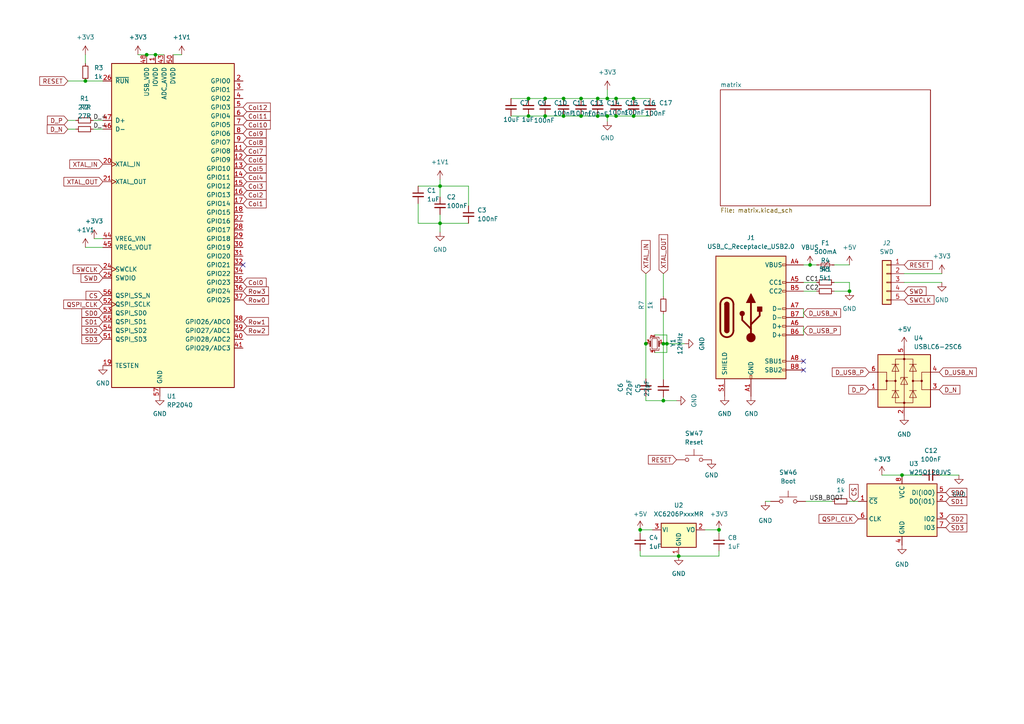
<source format=kicad_sch>
(kicad_sch (version 20211123) (generator eeschema)
  (paper "A4")
  (lib_symbols
    (symbol "Connector:USB_C_Receptacle_USB2.0" (pin_names (offset 1.016))
      (property "Reference" "J" (at -10.16 19.05 0))
      (property "Value" "USB_C_Receptacle_USB2.0" (at 19.05 19.05 0))
      (symbol "USB_C_Receptacle_USB2.0_0_0"
        (rectangle (start -0.254 -17.78) (end 0.254 -16.764))
        (rectangle (start 10.16 -14.986) (end 9.144 -15.494))
        (rectangle (start 10.16 -12.446) (end 9.144 -12.954))
        (rectangle (start 10.16 -4.826) (end 9.144 -5.334))
        (rectangle (start 10.16 -2.286) (end 9.144 -2.794))
        (rectangle (start 10.16 0.254) (end 9.144 -0.254))
        (rectangle (start 10.16 2.794) (end 9.144 2.286))
        (rectangle (start 10.16 7.874) (end 9.144 7.366))
        (rectangle (start 10.16 10.414) (end 9.144 9.906))
        (rectangle (start 10.16 15.494) (end 9.144 14.986))
      )
      (symbol "USB_C_Receptacle_USB2.0_0_1"
        (rectangle (start -10.16 17.78) (end 10.16 -17.78) (stroke (width 0.254)) (fill (type background)))
        (arc (start -8.89 -3.81) (mid -6.985 -5.715) (end -5.08 -3.81) (stroke (width 0.508)))
        (arc (start -7.62 -3.81) (mid -6.985 -4.445) (end -6.35 -3.81) (stroke (width 0.254)))
        (arc (start -7.62 -3.81) (mid -6.985 -4.445) (end -6.35 -3.81) (stroke (width 0.254)) (fill (type outline)))
        (rectangle (start -7.62 -3.81) (end -6.35 3.81) (stroke (width 0.254)) (fill (type outline)))
        (arc (start -6.35 3.81) (mid -6.985 4.445) (end -7.62 3.81) (stroke (width 0.254)))
        (arc (start -6.35 3.81) (mid -6.985 4.445) (end -7.62 3.81) (stroke (width 0.254)) (fill (type outline)))
        (arc (start -5.08 3.81) (mid -6.985 5.715) (end -8.89 3.81) (stroke (width 0.508)))
        (circle (center -2.54 1.143) (radius 0.635) (stroke (width 0.254)) (fill (type outline)))
        (circle (center 0 -5.842) (radius 1.27) (fill (type outline)))
        (polyline (pts (xy -8.89 -3.81) (xy -8.89 3.81)) (stroke (width 0.508)))
        (polyline (pts (xy -5.08 3.81) (xy -5.08 -3.81)) (stroke (width 0.508)))
        (polyline (pts (xy 0 -5.842) (xy 0 4.318)) (stroke (width 0.508)))
        (polyline (pts (xy 0 -3.302) (xy -2.54 -0.762) (xy -2.54 0.508)) (stroke (width 0.508)))
        (polyline (pts (xy 0 -2.032) (xy 2.54 0.508) (xy 2.54 1.778)) (stroke (width 0.508)))
        (polyline (pts (xy -1.27 4.318) (xy 0 6.858) (xy 1.27 4.318) (xy -1.27 4.318)) (stroke (width 0.254)) (fill (type outline)))
        (rectangle (start 1.905 1.778) (end 3.175 3.048) (stroke (width 0.254)) (fill (type outline)))
      )
      (symbol "USB_C_Receptacle_USB2.0_1_1"
        (pin passive line (at 0 -22.86 90) (length 5.08) (name "GND") (number "A1"))
        (pin passive line (at 0 -22.86 90) (length 5.08) hide (name "GND") (number "A12"))
        (pin passive line (at 15.24 15.24 180) (length 5.08) (name "VBUS") (number "A4"))
        (pin bidirectional line (at 15.24 10.16 180) (length 5.08) (name "CC1") (number "A5"))
        (pin bidirectional line (at 15.24 -2.54 180) (length 5.08) (name "D+") (number "A6"))
        (pin bidirectional line (at 15.24 2.54 180) (length 5.08) (name "D-") (number "A7"))
        (pin bidirectional line (at 15.24 -12.7 180) (length 5.08) (name "SBU1") (number "A8"))
        (pin passive line (at 15.24 15.24 180) (length 5.08) hide (name "VBUS") (number "A9"))
        (pin passive line (at 0 -22.86 90) (length 5.08) hide (name "GND") (number "B1"))
        (pin passive line (at 0 -22.86 90) (length 5.08) hide (name "GND") (number "B12"))
        (pin passive line (at 15.24 15.24 180) (length 5.08) hide (name "VBUS") (number "B4"))
        (pin bidirectional line (at 15.24 7.62 180) (length 5.08) (name "CC2") (number "B5"))
        (pin bidirectional line (at 15.24 -5.08 180) (length 5.08) (name "D+") (number "B6"))
        (pin bidirectional line (at 15.24 0 180) (length 5.08) (name "D-") (number "B7"))
        (pin bidirectional line (at 15.24 -15.24 180) (length 5.08) (name "SBU2") (number "B8"))
        (pin passive line (at 15.24 15.24 180) (length 5.08) hide (name "VBUS") (number "B9"))
        (pin passive line (at -7.62 -22.86 90) (length 5.08) (name "SHIELD") (number "S1"))
      )
    )
    (symbol "Connector_Generic:Conn_01x05" (pin_names (offset 1.016) hide)
      (property "Reference" "J" (at 0 7.62 0))
      (property "Value" "Conn_01x05" (at 0 -7.62 0))
      (symbol "Conn_01x05_1_1"
        (rectangle (start -1.27 -4.953) (end 0 -5.207) (stroke (width 0.1524)))
        (rectangle (start -1.27 -2.413) (end 0 -2.667) (stroke (width 0.1524)))
        (rectangle (start -1.27 0.127) (end 0 -0.127) (stroke (width 0.1524)))
        (rectangle (start -1.27 2.667) (end 0 2.413) (stroke (width 0.1524)))
        (rectangle (start -1.27 5.207) (end 0 4.953) (stroke (width 0.1524)))
        (rectangle (start -1.27 6.35) (end 1.27 -6.35) (stroke (width 0.254)) (fill (type background)))
        (pin passive line (at -5.08 5.08 0) (length 3.81) (name "Pin_1") (number "1"))
        (pin passive line (at -5.08 2.54 0) (length 3.81) (name "Pin_2") (number "2"))
        (pin passive line (at -5.08 0 0) (length 3.81) (name "Pin_3") (number "3"))
        (pin passive line (at -5.08 -2.54 0) (length 3.81) (name "Pin_4") (number "4"))
        (pin passive line (at -5.08 -5.08 0) (length 3.81) (name "Pin_5") (number "5"))
      )
    )
    (symbol "Device:C_Small" (pin_numbers hide) (pin_names (offset 0.254) hide)
      (property "Reference" "C" (at 0.254 1.778 0))
      (property "Value" "C_Small" (at 0.254 -2.032 0))
      (symbol "C_Small_0_1"
        (polyline (pts (xy -1.524 -0.508) (xy 1.524 -0.508)) (stroke (width 0.3302)))
        (polyline (pts (xy -1.524 0.508) (xy 1.524 0.508)) (stroke (width 0.3048)))
      )
      (symbol "C_Small_1_1"
        (pin passive line (at 0 2.54 270) (length 2.032) (name "~") (number "1"))
        (pin passive line (at 0 -2.54 90) (length 2.032) (name "~") (number "2"))
      )
    )
    (symbol "Device:Crystal_GND24_Small" (pin_names (offset 1.016) hide)
      (property "Reference" "Y" (at 1.27 4.445 0))
      (property "Value" "Crystal_GND24_Small" (at 1.27 2.54 0))
      (symbol "Crystal_GND24_Small_0_1"
        (rectangle (start -0.762 -1.524) (end 0.762 1.524))
        (polyline (pts (xy -1.27 -0.762) (xy -1.27 0.762)) (stroke (width 0.381)))
        (polyline (pts (xy 1.27 -0.762) (xy 1.27 0.762)) (stroke (width 0.381)))
        (polyline (pts (xy -1.27 -1.27) (xy -1.27 -1.905) (xy 1.27 -1.905) (xy 1.27 -1.27)))
        (polyline (pts (xy -1.27 1.27) (xy -1.27 1.905) (xy 1.27 1.905) (xy 1.27 1.27)))
      )
      (symbol "Crystal_GND24_Small_1_1"
        (pin passive line (at -2.54 0 0) (length 1.27) (name "1") (number "1"))
        (pin passive line (at 0 -2.54 90) (length 0.635) (name "2") (number "2"))
        (pin passive line (at 2.54 0 180) (length 1.27) (name "3") (number "3"))
        (pin passive line (at 0 2.54 270) (length 0.635) (name "4") (number "4"))
      )
    )
    (symbol "Device:Polyfuse_Small" (pin_numbers hide) (pin_names (offset 0))
      (property "Reference" "F" (at -1.905 0 90))
      (property "Value" "Polyfuse_Small" (at 1.905 0 90))
      (symbol "Polyfuse_Small_0_1"
        (rectangle (start -0.508 1.27) (end 0.508 -1.27))
        (polyline (pts (xy 0 2.54) (xy 0 -2.54)))
        (polyline (pts (xy -1.016 1.27) (xy -1.016 0.762) (xy 1.016 -0.762) (xy 1.016 -1.27)))
      )
      (symbol "Polyfuse_Small_1_1"
        (pin passive line (at 0 2.54 270) (length 0.635) (name "~") (number "1"))
        (pin passive line (at 0 -2.54 90) (length 0.635) (name "~") (number "2"))
      )
    )
    (symbol "Device:R_Small" (pin_numbers hide) (pin_names (offset 0.254) hide)
      (property "Reference" "R" (at 0.762 0.508 0))
      (property "Value" "R_Small" (at 0.762 -1.016 0))
      (symbol "R_Small_0_1"
        (rectangle (start -0.762 1.778) (end 0.762 -1.778) (stroke (width 0.2032)))
      )
      (symbol "R_Small_1_1"
        (pin passive line (at 0 2.54 270) (length 0.762) (name "~") (number "1"))
        (pin passive line (at 0 -2.54 90) (length 0.762) (name "~") (number "2"))
      )
    )
    (symbol "Memory_Flash:W25Q128JVS"
      (property "Reference" "U" (at -8.89 8.89 0))
      (property "Value" "W25Q128JVS" (at 7.62 8.89 0))
      (symbol "W25Q128JVS_0_1"
        (rectangle (start -10.16 7.62) (end 10.16 -7.62) (stroke (width 0.254)) (fill (type background)))
      )
      (symbol "W25Q128JVS_1_1"
        (pin input line (at -12.7 2.54 0) (length 2.54) (name "~{CS}") (number "1"))
        (pin bidirectional line (at 12.7 2.54 180) (length 2.54) (name "DO(IO1)") (number "2"))
        (pin bidirectional line (at 12.7 -2.54 180) (length 2.54) (name "IO2") (number "3"))
        (pin power_in line (at 0 -10.16 90) (length 2.54) (name "GND") (number "4"))
        (pin bidirectional line (at 12.7 5.08 180) (length 2.54) (name "DI(IO0)") (number "5"))
        (pin input line (at -12.7 -2.54 0) (length 2.54) (name "CLK") (number "6"))
        (pin bidirectional line (at 12.7 -5.08 180) (length 2.54) (name "IO3") (number "7"))
        (pin power_in line (at 0 10.16 270) (length 2.54) (name "VCC") (number "8"))
      )
    )
    (symbol "Power_Protection:USBLC6-2SC6" (pin_names hide)
      (property "Reference" "U" (at 2.54 8.89 0))
      (property "Value" "USBLC6-2SC6" (at 2.54 -8.89 0))
      (symbol "USBLC6-2SC6_0_1"
        (rectangle (start -7.62 -7.62) (end 7.62 7.62) (stroke (width 0.254)) (fill (type background)))
        (circle (center -5.08 0) (radius 0.254) (fill (type outline)))
        (circle (center -2.54 0) (radius 0.254) (fill (type outline)))
        (rectangle (start -2.54 6.35) (end 2.54 -6.35))
        (circle (center 0 -6.35) (radius 0.254) (fill (type outline)))
        (polyline (pts (xy -5.08 -2.54) (xy -7.62 -2.54)))
        (polyline (pts (xy -5.08 0) (xy -5.08 -2.54)))
        (polyline (pts (xy -5.08 2.54) (xy -7.62 2.54)))
        (polyline (pts (xy -1.524 -2.794) (xy -3.556 -2.794)))
        (polyline (pts (xy -1.524 4.826) (xy -3.556 4.826)))
        (polyline (pts (xy 0 -7.62) (xy 0 -6.35)))
        (polyline (pts (xy 0 -6.35) (xy 0 1.27)))
        (polyline (pts (xy 0 1.27) (xy 0 6.35)))
        (polyline (pts (xy 0 6.35) (xy 0 7.62)))
        (polyline (pts (xy 1.524 -2.794) (xy 3.556 -2.794)))
        (polyline (pts (xy 1.524 4.826) (xy 3.556 4.826)))
        (polyline (pts (xy 5.08 -2.54) (xy 7.62 -2.54)))
        (polyline (pts (xy 5.08 0) (xy 5.08 -2.54)))
        (polyline (pts (xy 5.08 2.54) (xy 7.62 2.54)))
        (polyline (pts (xy -2.54 0) (xy -5.08 0) (xy -5.08 2.54)))
        (polyline (pts (xy 2.54 0) (xy 5.08 0) (xy 5.08 2.54)))
        (polyline (pts (xy -3.556 -4.826) (xy -1.524 -4.826) (xy -2.54 -2.794) (xy -3.556 -4.826)))
        (polyline (pts (xy -3.556 2.794) (xy -1.524 2.794) (xy -2.54 4.826) (xy -3.556 2.794)))
        (polyline (pts (xy -1.016 -1.016) (xy 1.016 -1.016) (xy 0 1.016) (xy -1.016 -1.016)))
        (polyline (pts (xy 1.016 1.016) (xy 0.762 1.016) (xy -1.016 1.016) (xy -1.016 0.508)))
        (polyline (pts (xy 3.556 -4.826) (xy 1.524 -4.826) (xy 2.54 -2.794) (xy 3.556 -4.826)))
        (polyline (pts (xy 3.556 2.794) (xy 1.524 2.794) (xy 2.54 4.826) (xy 3.556 2.794)))
        (circle (center 0 6.35) (radius 0.254) (fill (type outline)))
        (circle (center 2.54 0) (radius 0.254) (fill (type outline)))
        (circle (center 5.08 0) (radius 0.254) (fill (type outline)))
      )
      (symbol "USBLC6-2SC6_1_1"
        (pin passive line (at -10.16 -2.54 0) (length 2.54) (name "I/O1") (number "1"))
        (pin passive line (at 0 -10.16 90) (length 2.54) (name "GND") (number "2"))
        (pin passive line (at 10.16 -2.54 180) (length 2.54) (name "I/O2") (number "3"))
        (pin passive line (at 10.16 2.54 180) (length 2.54) (name "I/O2") (number "4"))
        (pin passive line (at 0 10.16 270) (length 2.54) (name "VBUS") (number "5"))
        (pin passive line (at -10.16 2.54 0) (length 2.54) (name "I/O1") (number "6"))
      )
    )
    (symbol "Regulator_Linear:XC6206PxxxMR" (pin_names (offset 0.254))
      (property "Reference" "U" (at -3.81 3.175 0))
      (property "Value" "XC6206PxxxMR" (at 0 3.175 0))
      (symbol "XC6206PxxxMR_0_1"
        (rectangle (start -5.08 1.905) (end 5.08 -5.08) (stroke (width 0.254)) (fill (type background)))
      )
      (symbol "XC6206PxxxMR_1_1"
        (pin power_in line (at 0 -7.62 90) (length 2.54) (name "GND") (number "1"))
        (pin power_out line (at 7.62 0 180) (length 2.54) (name "VO") (number "2"))
        (pin power_in line (at -7.62 0 0) (length 2.54) (name "VI") (number "3"))
      )
    )
    (symbol "Sleep-lib:RP2040" (pin_names (offset 1.016))
      (property "Reference" "U" (at 8.89 51.435 0))
      (property "Value" "RP2040" (at 8.89 48.895 0))
      (symbol "RP2040_0_0"
        (rectangle (start -17.78 -45.72) (end 17.78 48.26) (stroke (width 0.254)) (fill (type background)))
      )
      (symbol "RP2040_1_1"
        (pin power_in line (at -5.08 50.8 270) (length 2.54) (name "IOVDD") (number "1"))
        (pin power_in line (at -5.08 50.8 270) (length 2.54) hide (name "IOVDD") (number "10"))
        (pin input line (at 20.32 22.86 180) (length 2.54) (name "GPIO8") (number "11"))
        (pin input line (at 20.32 20.32 180) (length 2.54) (name "GPIO9") (number "12"))
        (pin input line (at 20.32 17.78 180) (length 2.54) (name "GPIO10") (number "13"))
        (pin input line (at 20.32 15.24 180) (length 2.54) (name "GPIO11") (number "14"))
        (pin input line (at 20.32 12.7 180) (length 2.54) (name "GPIO12") (number "15"))
        (pin input line (at 20.32 10.16 180) (length 2.54) (name "GPIO13") (number "16"))
        (pin input line (at 20.32 7.62 180) (length 2.54) (name "GPIO14") (number "17"))
        (pin input line (at 20.32 5.08 180) (length 2.54) (name "GPIO15") (number "18"))
        (pin input line (at -20.32 -39.37 0) (length 2.54) (name "TESTEN") (number "19"))
        (pin input line (at 20.32 43.18 180) (length 2.54) (name "GPIO0") (number "2"))
        (pin input clock (at -20.32 19.05 0) (length 2.54) (name "XTAL_IN") (number "20"))
        (pin input clock (at -20.32 13.97 0) (length 2.54) (name "XTAL_OUT") (number "21"))
        (pin power_in line (at -5.08 50.8 270) (length 2.54) hide (name "IOVDD") (number "22"))
        (pin power_in line (at 0 50.8 270) (length 2.54) hide (name "DVDD") (number "23"))
        (pin input clock (at -20.32 -11.43 0) (length 2.54) (name "SWCLK") (number "24"))
        (pin bidirectional line (at -20.32 -13.97 0) (length 2.54) (name "SWDIO") (number "25"))
        (pin input line (at -20.32 43.18 0) (length 2.54) (name "~{RUN}") (number "26"))
        (pin input line (at 20.32 2.54 180) (length 2.54) (name "GPIO16") (number "27"))
        (pin input line (at 20.32 0 180) (length 2.54) (name "GPIO17") (number "28"))
        (pin input line (at 20.32 -2.54 180) (length 2.54) (name "GPIO18") (number "29"))
        (pin input line (at 20.32 40.64 180) (length 2.54) (name "GPIO1") (number "3"))
        (pin input line (at 20.32 -5.08 180) (length 2.54) (name "GPIO19") (number "30"))
        (pin input line (at 20.32 -7.62 180) (length 2.54) (name "GPIO20") (number "31"))
        (pin input line (at 20.32 -10.16 180) (length 2.54) (name "GPIO21") (number "32"))
        (pin power_in line (at -5.08 50.8 270) (length 2.54) hide (name "IOVDD") (number "33"))
        (pin input line (at 20.32 -12.7 180) (length 2.54) (name "GPIO22") (number "34"))
        (pin input line (at 20.32 -15.24 180) (length 2.54) (name "GPIO23") (number "35"))
        (pin input line (at 20.32 -17.78 180) (length 2.54) (name "GPIO24") (number "36"))
        (pin input line (at 20.32 -20.32 180) (length 2.54) (name "GPIO25") (number "37"))
        (pin input line (at 20.32 -26.67 180) (length 2.54) (name "GPIO26/ADC0") (number "38"))
        (pin input line (at 20.32 -29.21 180) (length 2.54) (name "GPIO27/ADC1") (number "39"))
        (pin input line (at 20.32 38.1 180) (length 2.54) (name "GPIO2") (number "4"))
        (pin input line (at 20.32 -31.75 180) (length 2.54) (name "GPIO28/ADC2") (number "40"))
        (pin input line (at 20.32 -34.29 180) (length 2.54) (name "GPIO29/ADC3") (number "41"))
        (pin power_in line (at -5.08 50.8 270) (length 2.54) hide (name "IOVDD") (number "42"))
        (pin power_in line (at -2.54 50.8 270) (length 2.54) (name "ADC_AVDD") (number "43"))
        (pin power_in line (at -20.32 -2.54 0) (length 2.54) (name "VREG_VIN") (number "44"))
        (pin power_out line (at -20.32 -5.08 0) (length 2.54) (name "VREG_VOUT") (number "45"))
        (pin bidirectional line (at -20.32 29.21 0) (length 2.54) (name "D-") (number "46"))
        (pin bidirectional line (at -20.32 31.75 0) (length 2.54) (name "D+") (number "47"))
        (pin power_in line (at -7.62 50.8 270) (length 2.54) (name "USB_VDD") (number "48"))
        (pin power_in line (at -5.08 50.8 270) (length 2.54) hide (name "IOVDD") (number "49"))
        (pin input line (at 20.32 35.56 180) (length 2.54) (name "GPIO3") (number "5"))
        (pin power_in line (at 0 50.8 270) (length 2.54) (name "DVDD") (number "50"))
        (pin bidirectional line (at -20.32 -31.75 0) (length 2.54) (name "QSPI_SD3") (number "51"))
        (pin input clock (at -20.32 -21.59 0) (length 2.54) (name "QSPI_SCLK") (number "52"))
        (pin bidirectional line (at -20.32 -24.13 0) (length 2.54) (name "QSPI_SD0") (number "53"))
        (pin bidirectional line (at -20.32 -29.21 0) (length 2.54) (name "QSPI_SD2") (number "54"))
        (pin bidirectional line (at -20.32 -26.67 0) (length 2.54) (name "QSPI_SD1") (number "55"))
        (pin bidirectional line (at -20.32 -19.05 0) (length 2.54) (name "QSPI_SS_N") (number "56"))
        (pin power_in line (at -3.81 -48.26 90) (length 2.54) (name "GND") (number "57"))
        (pin input line (at 20.32 33.02 180) (length 2.54) (name "GPIO4") (number "6"))
        (pin input line (at 20.32 30.48 180) (length 2.54) (name "GPIO5") (number "7"))
        (pin input line (at 20.32 27.94 180) (length 2.54) (name "GPIO6") (number "8"))
        (pin input line (at 20.32 25.4 180) (length 2.54) (name "GPIO7") (number "9"))
      )
    )
    (symbol "Switch:SW_Push" (pin_numbers hide) (pin_names (offset 1.016) hide)
      (property "Reference" "SW" (at 1.27 2.54 0))
      (property "Value" "SW_Push" (at 0 -1.524 0))
      (symbol "SW_Push_0_1"
        (circle (center -2.032 0) (radius 0.508))
        (polyline (pts (xy 0 1.27) (xy 0 3.048)))
        (polyline (pts (xy 2.54 1.27) (xy -2.54 1.27)))
        (circle (center 2.032 0) (radius 0.508))
        (pin passive line (at -5.08 0 0) (length 2.54) (name "1") (number "1"))
        (pin passive line (at 5.08 0 180) (length 2.54) (name "2") (number "2"))
      )
    )
    (symbol "power:+1V1" (power) (pin_names (offset 0))
      (property "Value" "+1V1" (at 0 3.556 0))
      (symbol "+1V1_0_1"
        (polyline (pts (xy -0.762 1.27) (xy 0 2.54)))
        (polyline (pts (xy 0 0) (xy 0 2.54)))
        (polyline (pts (xy 0 2.54) (xy 0.762 1.27)))
      )
      (symbol "+1V1_1_1"
        (pin power_in line (at 0 0 90) (length 0) hide (name "+1V1") (number "1"))
      )
    )
    (symbol "power:+3V3" (power) (pin_names (offset 0))
      (property "Value" "+3V3" (at 0 3.556 0))
      (symbol "+3V3_0_1"
        (polyline (pts (xy -0.762 1.27) (xy 0 2.54)))
        (polyline (pts (xy 0 0) (xy 0 2.54)))
        (polyline (pts (xy 0 2.54) (xy 0.762 1.27)))
      )
      (symbol "+3V3_1_1"
        (pin power_in line (at 0 0 90) (length 0) hide (name "+3V3") (number "1"))
      )
    )
    (symbol "power:+5V" (power) (pin_names (offset 0))
      (property "Value" "+5V" (at 0 3.556 0))
      (symbol "+5V_0_1"
        (polyline (pts (xy -0.762 1.27) (xy 0 2.54)))
        (polyline (pts (xy 0 0) (xy 0 2.54)))
        (polyline (pts (xy 0 2.54) (xy 0.762 1.27)))
      )
      (symbol "+5V_1_1"
        (pin power_in line (at 0 0 90) (length 0) hide (name "+5V") (number "1"))
      )
    )
    (symbol "power:GND" (power) (pin_names (offset 0))
      (property "Value" "GND" (at 0 -3.81 0))
      (symbol "GND_0_1"
        (polyline (pts (xy 0 0) (xy 0 -1.27) (xy 1.27 -1.27) (xy 0 -2.54) (xy -1.27 -1.27) (xy 0 -1.27)))
      )
      (symbol "GND_1_1"
        (pin power_in line (at 0 0 270) (length 0) hide (name "GND") (number "1"))
      )
    )
    (symbol "power:VBUS" (power) (pin_names (offset 0))
      (property "Value" "VBUS" (at 0 3.81 0))
      (symbol "VBUS_0_1"
        (polyline (pts (xy -0.762 1.27) (xy 0 2.54)))
        (polyline (pts (xy 0 0) (xy 0 2.54)))
        (polyline (pts (xy 0 2.54) (xy 0.762 1.27)))
      )
      (symbol "VBUS_1_1"
        (pin power_in line (at 0 0 90) (length 0) hide (name "VBUS") (number "1"))
      )
    )
  )
  (junction (at 208.534 153.67))
  (junction (at 168.529 28.575))
  (junction (at 178.689 33.655))
  (junction (at 261.62 137.795))
  (junction (at 192.405 99.695))
  (junction (at 187.325 99.695))
  (junction (at 234.95 76.835))
  (junction (at 246.38 84.455))
  (junction (at 185.674 153.67))
  (junction (at 24.765 23.495))
  (junction (at 153.289 28.575))
  (junction (at 183.769 33.655))
  (junction (at 158.115 28.575))
  (junction (at 192.405 116.205))
  (junction (at 45.085 15.875))
  (junction (at 176.149 28.575))
  (junction (at 168.529 33.655))
  (junction (at 196.85 161.29))
  (junction (at 127.635 53.975))
  (junction (at 193.421 99.695))
  (junction (at 42.545 15.875))
  (junction (at 176.149 33.655))
  (junction (at 173.355 33.655))
  (junction (at 163.449 28.575))
  (junction (at 158.115 33.655))
  (junction (at 163.449 33.655))
  (junction (at 178.689 28.575))
  (junction (at 173.355 28.575))
  (junction (at 153.289 33.655))
  (junction (at 183.769 28.575))
  (junction (at 127.635 64.77))
  (no_connect (at 70.485 76.835))
  (no_connect (at 233.045 107.315))
  (no_connect (at 233.045 104.775))
  (wire (pts (xy 262.255 81.915) (xy 273.177 81.915)))
  (wire (pts (xy 127.635 53.975) (xy 127.635 57.15)))
  (wire (pts (xy 272.542 137.795) (xy 278.13 137.795)))
  (wire (pts (xy 241.935 76.835) (xy 246.38 76.835)))
  (wire (pts (xy 47.625 15.875) (xy 45.085 15.875)))
  (wire (pts (xy 127.635 52.07) (xy 127.635 53.975)))
  (wire (pts (xy 24.765 23.495) (xy 29.845 23.495)))
  (wire (pts (xy 208.534 161.29) (xy 208.534 159.766)))
  (wire (pts (xy 19.685 37.465) (xy 21.971 37.465)))
  (wire (pts (xy 148.209 28.575) (xy 153.289 28.575)))
  (wire (pts (xy 121.285 53.975) (xy 127.635 53.975)))
  (wire (pts (xy 234.95 76.835) (xy 236.855 76.835)))
  (wire (pts (xy 176.149 33.655) (xy 176.149 35.179)))
  (wire (pts (xy 189.23 153.67) (xy 185.674 153.67)))
  (wire (pts (xy 168.529 28.575) (xy 173.355 28.575)))
  (wire (pts (xy 261.62 137.795) (xy 267.462 137.795)))
  (wire (pts (xy 24.765 71.755) (xy 29.845 71.755)))
  (wire (pts (xy 127.635 62.23) (xy 127.635 64.77)))
  (wire (pts (xy 42.545 15.875) (xy 40.005 15.875)))
  (wire (pts (xy 192.405 110.109) (xy 192.405 99.695)))
  (wire (pts (xy 233.045 89.535) (xy 233.045 92.075)))
  (wire (pts (xy 193.421 102.235) (xy 193.421 99.695)))
  (wire (pts (xy 173.355 28.575) (xy 176.149 28.575)))
  (wire (pts (xy 148.209 33.655) (xy 153.289 33.655)))
  (wire (pts (xy 189.865 97.155) (xy 193.421 97.155)))
  (wire (pts (xy 187.325 109.855) (xy 187.325 99.695)))
  (wire (pts (xy 27.305 69.215) (xy 29.845 69.215)))
  (wire (pts (xy 135.89 53.975) (xy 135.89 59.69)))
  (wire (pts (xy 127.635 64.77) (xy 135.89 64.77)))
  (wire (pts (xy 153.289 28.575) (xy 158.115 28.575)))
  (wire (pts (xy 248.92 145.415) (xy 246.38 145.415)))
  (wire (pts (xy 183.769 28.575) (xy 188.595 28.575)))
  (wire (pts (xy 189.865 102.235) (xy 193.421 102.235)))
  (wire (pts (xy 185.674 159.766) (xy 185.674 161.29)))
  (wire (pts (xy 192.405 116.205) (xy 187.325 116.205)))
  (wire (pts (xy 176.149 33.655) (xy 178.689 33.655)))
  (wire (pts (xy 241.935 84.455) (xy 246.38 84.455)))
  (wire (pts (xy 27.051 34.925) (xy 29.845 34.925)))
  (wire (pts (xy 121.285 59.055) (xy 121.285 64.77)))
  (wire (pts (xy 168.529 33.655) (xy 173.355 33.655)))
  (wire (pts (xy 193.421 97.155) (xy 193.421 99.695)))
  (wire (pts (xy 127.635 67.31) (xy 127.635 64.77)))
  (wire (pts (xy 19.685 23.495) (xy 24.765 23.495)))
  (wire (pts (xy 158.115 33.655) (xy 163.449 33.655)))
  (wire (pts (xy 241.935 81.915) (xy 246.38 81.915)))
  (wire (pts (xy 192.405 115.189) (xy 192.405 116.205)))
  (wire (pts (xy 204.47 153.67) (xy 208.534 153.67)))
  (wire (pts (xy 173.355 33.655) (xy 176.149 33.655)))
  (wire (pts (xy 163.449 33.655) (xy 168.529 33.655)))
  (wire (pts (xy 241.3 145.415) (xy 233.68 145.415)))
  (wire (pts (xy 127.635 53.975) (xy 135.89 53.975)))
  (wire (pts (xy 185.674 153.67) (xy 185.674 154.686)))
  (wire (pts (xy 193.421 99.695) (xy 198.501 99.695)))
  (wire (pts (xy 45.085 15.875) (xy 42.545 15.875)))
  (wire (pts (xy 262.255 79.375) (xy 273.177 79.375)))
  (wire (pts (xy 223.52 145.415) (xy 221.996 145.415)))
  (wire (pts (xy 192.405 85.979) (xy 192.405 79.375)))
  (wire (pts (xy 187.325 99.695) (xy 187.325 79.375)))
  (wire (pts (xy 196.85 161.29) (xy 208.534 161.29)))
  (wire (pts (xy 233.045 84.455) (xy 236.855 84.455)))
  (wire (pts (xy 19.685 34.925) (xy 21.971 34.925)))
  (wire (pts (xy 187.325 116.205) (xy 187.325 114.935)))
  (wire (pts (xy 50.165 15.875) (xy 52.705 15.875)))
  (wire (pts (xy 208.534 153.67) (xy 208.534 154.686)))
  (wire (pts (xy 178.689 28.575) (xy 183.769 28.575)))
  (wire (pts (xy 121.285 64.77) (xy 127.635 64.77)))
  (wire (pts (xy 233.045 94.615) (xy 233.045 97.155)))
  (wire (pts (xy 246.38 81.915) (xy 246.38 84.455)))
  (wire (pts (xy 176.149 26.035) (xy 176.149 28.575)))
  (wire (pts (xy 196.215 116.205) (xy 192.405 116.205)))
  (wire (pts (xy 183.769 33.655) (xy 188.595 33.655)))
  (wire (pts (xy 176.149 28.575) (xy 178.689 28.575)))
  (wire (pts (xy 24.765 15.875) (xy 24.765 18.415)))
  (wire (pts (xy 185.674 161.29) (xy 196.85 161.29)))
  (wire (pts (xy 178.689 33.655) (xy 183.769 33.655)))
  (wire (pts (xy 158.115 28.575) (xy 163.449 28.575)))
  (wire (pts (xy 233.045 76.835) (xy 234.95 76.835)))
  (wire (pts (xy 192.405 99.695) (xy 192.405 91.059)))
  (wire (pts (xy 27.051 37.465) (xy 29.845 37.465)))
  (wire (pts (xy 163.449 28.575) (xy 168.529 28.575)))
  (wire (pts (xy 153.289 33.655) (xy 158.115 33.655)))
  (wire (pts (xy 233.045 81.915) (xy 236.855 81.915)))
  (wire (pts (xy 255.778 137.795) (xy 261.62 137.795)))
  (label "D_-" (at 27.051 37.465 0))
  (label "CC1" (at 233.553 81.915 0))
  (label "CC2" (at 233.553 84.455 0))
  (label "USB_BOOT" (at 234.696 145.415 0))
  (label "D_+" (at 27.051 34.925 0))
  (global_label "Row2" (shape input) (at 70.485 95.885 0) (property "Intersheet References" "${INTERSHEET_REFS}" (effects hide)))
  (global_label "SD2" (shape input) (at 29.845 95.885 180) (property "Intersheet References" "${INTERSHEET_REFS}" (effects hide)))
  (global_label "RESET" (shape input) (at 19.685 23.495 180) (property "Intersheet References" "${INTERSHEET_REFS}" (effects hide)))
  (global_label "Col10" (shape input) (at 70.485 36.195 0) (property "Intersheet References" "${INTERSHEET_REFS}" (effects hide)))
  (global_label "XTAL_OUT" (shape input) (at 29.845 52.705 180) (property "Intersheet References" "${INTERSHEET_REFS}" (effects hide)))
  (global_label "Col9" (shape input) (at 70.485 38.735 0) (property "Intersheet References" "${INTERSHEET_REFS}" (effects hide)))
  (global_label "D_USB_P" (shape input) (at 252.095 107.95 180) (property "Intersheet References" "${INTERSHEET_REFS}" (effects hide)))
  (global_label "SD0" (shape input) (at 29.845 90.805 180) (property "Intersheet References" "${INTERSHEET_REFS}" (effects hide)))
  (global_label "Col2" (shape input) (at 70.485 56.515 0) (property "Intersheet References" "${INTERSHEET_REFS}" (effects hide)))
  (global_label "SWD" (shape input) (at 262.255 84.455 0) (property "Intersheet References" "${INTERSHEET_REFS}" (effects hide)))
  (global_label "Col5" (shape input) (at 70.485 48.895 0) (property "Intersheet References" "${INTERSHEET_REFS}" (effects hide)))
  (global_label "SD1" (shape input) (at 29.845 93.345 180) (property "Intersheet References" "${INTERSHEET_REFS}" (effects hide)))
  (global_label "SD2" (shape input) (at 274.32 150.495 0) (property "Intersheet References" "${INTERSHEET_REFS}" (effects hide)))
  (global_label "SWD" (shape input) (at 29.845 80.645 180) (property "Intersheet References" "${INTERSHEET_REFS}" (effects hide)))
  (global_label "D_P" (shape input) (at 19.685 34.925 180) (property "Intersheet References" "${INTERSHEET_REFS}" (effects hide)))
  (global_label "SD1" (shape input) (at 274.32 145.415 0) (property "Intersheet References" "${INTERSHEET_REFS}" (effects hide)))
  (global_label "D_USB_P" (shape input) (at 233.045 95.885 0) (property "Intersheet References" "${INTERSHEET_REFS}" (effects hide)))
  (global_label "D_N" (shape input) (at 19.685 37.465 180) (property "Intersheet References" "${INTERSHEET_REFS}" (effects hide)))
  (global_label "D_USB_N" (shape input) (at 272.415 107.95 0) (property "Intersheet References" "${INTERSHEET_REFS}" (effects hide)))
  (global_label "D_USB_N" (shape input) (at 233.045 90.805 0) (property "Intersheet References" "${INTERSHEET_REFS}" (effects hide)))
  (global_label "CS" (shape input) (at 29.845 85.725 180) (property "Intersheet References" "${INTERSHEET_REFS}" (effects hide)))
  (global_label "Row3" (shape input) (at 70.485 84.455 0) (property "Intersheet References" "${INTERSHEET_REFS}" (effects hide)))
  (global_label "Col4" (shape input) (at 70.485 51.435 0) (property "Intersheet References" "${INTERSHEET_REFS}" (effects hide)))
  (global_label "Col0" (shape input) (at 70.485 81.915 0) (property "Intersheet References" "${INTERSHEET_REFS}" (effects hide)))
  (global_label "XTAL_IN" (shape input) (at 29.845 47.625 180) (property "Intersheet References" "${INTERSHEET_REFS}" (effects hide)))
  (global_label "QSPI_CLK" (shape input) (at 29.845 88.265 180) (property "Intersheet References" "${INTERSHEET_REFS}" (effects hide)))
  (global_label "D_P" (shape input) (at 252.095 113.03 180) (property "Intersheet References" "${INTERSHEET_REFS}" (effects hide)))
  (global_label "SD3" (shape input) (at 29.845 98.425 180) (property "Intersheet References" "${INTERSHEET_REFS}" (effects hide)))
  (global_label "CS" (shape input) (at 247.65 145.415 90) (property "Intersheet References" "${INTERSHEET_REFS}" (effects hide)))
  (global_label "D_N" (shape input) (at 272.415 113.03 0) (property "Intersheet References" "${INTERSHEET_REFS}" (effects hide)))
  (global_label "XTAL_IN" (shape input) (at 187.325 79.375 90) (property "Intersheet References" "${INTERSHEET_REFS}" (effects hide)))
  (global_label "Col7" (shape input) (at 70.485 43.815 0) (property "Intersheet References" "${INTERSHEET_REFS}" (effects hide)))
  (global_label "RESET" (shape input) (at 196.215 133.35 180) (property "Intersheet References" "${INTERSHEET_REFS}" (effects hide)))
  (global_label "SWCLK" (shape input) (at 262.255 86.995 0) (property "Intersheet References" "${INTERSHEET_REFS}" (effects hide)))
  (global_label "SD0" (shape input) (at 274.32 142.875 0) (property "Intersheet References" "${INTERSHEET_REFS}" (effects hide)))
  (global_label "RESET" (shape input) (at 262.255 76.835 0) (property "Intersheet References" "${INTERSHEET_REFS}" (effects hide)))
  (global_label "Col12" (shape input) (at 70.485 31.115 0) (property "Intersheet References" "${INTERSHEET_REFS}" (effects hide)))
  (global_label "Col1" (shape input) (at 70.485 59.055 0) (property "Intersheet References" "${INTERSHEET_REFS}" (effects hide)))
  (global_label "Col6" (shape input) (at 70.485 46.355 0) (property "Intersheet References" "${INTERSHEET_REFS}" (effects hide)))
  (global_label "Col11" (shape input) (at 70.485 33.655 0) (property "Intersheet References" "${INTERSHEET_REFS}" (effects hide)))
  (global_label "Row0" (shape input) (at 70.485 86.995 0) (property "Intersheet References" "${INTERSHEET_REFS}" (effects hide)))
  (global_label "XTAL_OUT" (shape input) (at 192.405 79.375 90) (property "Intersheet References" "${INTERSHEET_REFS}" (effects hide)))
  (global_label "Col8" (shape input) (at 70.485 41.275 0) (property "Intersheet References" "${INTERSHEET_REFS}" (effects hide)))
  (global_label "QSPI_CLK" (shape input) (at 248.92 150.495 180) (property "Intersheet References" "${INTERSHEET_REFS}" (effects hide)))
  (global_label "SD3" (shape input) (at 274.32 153.035 0) (property "Intersheet References" "${INTERSHEET_REFS}" (effects hide)))
  (global_label "Row1" (shape input) (at 70.485 93.345 0) (property "Intersheet References" "${INTERSHEET_REFS}" (effects hide)))
  (global_label "Col3" (shape input) (at 70.485 53.975 0) (property "Intersheet References" "${INTERSHEET_REFS}" (effects hide)))
  (global_label "SWCLK" (shape input) (at 29.845 78.105 180) (property "Intersheet References" "${INTERSHEET_REFS}" (effects hide)))
  (symbol (lib_id "Device:Polyfuse_Small") (at 239.395 76.835 90) (unit 1)
    (property "Reference" "F1" (at 239.395 70.485 90))
    (property "Value" "500mA" (at 239.395 73.025 90))
    (property "Footprint" "Fuse:Fuse_1206_3216Metric" (effects hide))
  )
  (symbol (lib_id "power:GND") (at 217.805 114.935 0) (unit 1)
    (property "Reference" "#PWR0119" (effects hide))
    (property "Value" "GND" (at 217.932 120.015 0))
  )
  (symbol (lib_id "power:GND") (at 206.375 133.35 0) (unit 1)
    (property "Reference" "#PWR0131" (effects hide))
    (property "Value" "GND" (at 206.375 137.795 0))
  )
  (symbol (lib_id "Memory_Flash:W25Q128JVS") (at 261.62 147.955 0) (unit 1)
    (property "Reference" "U3" (at 263.6394 134.493 0) (effects (justify left)))
    (property "Value" "W25Q128JVS" (at 263.6394 137.033 0) (effects (justify left)))
    (property "Footprint" "Package_SO:SOIC-8_5.23x5.23mm_P1.27mm" (effects hide))
    (property "Datasheet" "http://www.winbond.com/resource-files/w25q128jv_dtr%20revc%2003272018%20plus.pdf" (effects hide))
  )
  (symbol (lib_id "power:+3V3") (at 208.534 153.67 0) (unit 1)
    (property "Reference" "#PWR0114" (effects hide))
    (property "Value" "+3V3" (at 208.534 149.098 0))
  )
  (symbol (lib_id "Device:C_Small") (at 121.285 56.515 0) (unit 1)
    (property "Reference" "C1" (at 123.825 55.2512 0) (effects (justify left)))
    (property "Value" "1uF" (at 123.825 57.7912 0) (effects (justify left)))
    (property "Footprint" "Capacitor_SMD:C_0402_1005Metric" (effects hide))
  )
  (symbol (lib_id "Device:R_Small") (at 239.395 84.455 90) (unit 1)
    (property "Reference" "R5" (at 239.395 78.105 90))
    (property "Value" "5k1" (at 239.395 80.645 90))
    (property "Footprint" "Resistor_SMD:R_0402_1005Metric" (effects hide))
  )
  (symbol (lib_id "Device:C_Small") (at 187.325 112.395 180) (unit 1)
    (property "Reference" "C6" (at 179.959 112.3887 90))
    (property "Value" "22pF" (at 182.499 112.3887 90))
    (property "Footprint" "Capacitor_SMD:C_0402_1005Metric" (effects hide))
  )
  (symbol (lib_id "Device:R_Small") (at 239.395 81.915 90) (unit 1)
    (property "Reference" "R4" (at 239.395 75.565 90))
    (property "Value" "5k1" (at 239.395 78.105 90))
    (property "Footprint" "Resistor_SMD:R_0402_1005Metric" (effects hide))
  )
  (symbol (lib_id "Device:C_Small") (at 183.769 31.115 0) (unit 1)
    (property "Reference" "C16" (at 186.309 29.8512 0) (effects (justify left)))
    (property "Value" "100nF" (at 180.975 32.639 0) (effects (justify left)))
    (property "Footprint" "Capacitor_SMD:C_0402_1005Metric" (effects hide))
  )
  (symbol (lib_id "Device:C_Small") (at 135.89 62.23 0) (unit 1)
    (property "Reference" "C3" (at 138.43 60.9662 0) (effects (justify left)))
    (property "Value" "100nF" (at 138.43 63.5062 0) (effects (justify left)))
    (property "Footprint" "Capacitor_SMD:C_0402_1005Metric" (effects hide))
  )
  (symbol (lib_id "Device:R_Small") (at 24.511 34.925 90) (unit 1)
    (property "Reference" "R1" (at 24.511 28.575 90))
    (property "Value" "27R" (at 24.511 31.115 90))
    (property "Footprint" "Resistor_SMD:R_0603_1608Metric" (effects hide))
  )
  (symbol (lib_id "Regulator_Linear:XC6206PxxxMR") (at 196.85 153.67 0) (unit 1)
    (property "Reference" "U2" (at 196.85 146.558 0))
    (property "Value" "XC6206PxxxMR" (at 196.85 149.098 0))
    (property "Footprint" "Package_TO_SOT_SMD:SOT-23" (effects hide))
    (property "Datasheet" "https://www.torexsemi.com/file/xc6206/XC6206.pdf" (effects hide))
  )
  (symbol (lib_id "Device:C_Small") (at 168.529 31.115 0) (unit 1)
    (property "Reference" "C13" (at 171.069 29.8512 0) (effects (justify left)))
    (property "Value" "100nF" (at 165.735 32.893 0) (effects (justify left)))
    (property "Footprint" "Capacitor_SMD:C_0402_1005Metric" (effects hide))
  )
  (symbol (lib_id "Device:C_Small") (at 153.289 31.115 0) (unit 1)
    (property "Reference" "C9" (at 155.829 29.8512 0) (effects (justify left)))
    (property "Value" "1uF" (at 151.257 34.671 0) (effects (justify left)))
    (property "Footprint" "Capacitor_SMD:C_0402_1005Metric" (effects hide))
  )
  (symbol (lib_id "Device:C_Small") (at 173.355 31.115 0) (unit 1)
    (property "Reference" "C14" (at 175.895 29.8512 0) (effects (justify left)))
    (property "Value" "100nF" (at 170.307 33.147 0) (effects (justify left)))
    (property "Footprint" "Capacitor_SMD:C_0402_1005Metric" (effects hide))
  )
  (symbol (lib_id "power:GND") (at 176.149 35.179 0) (unit 1)
    (property "Reference" "#PWR0128" (effects hide))
    (property "Value" "GND" (at 176.149 40.005 0))
  )
  (symbol (lib_id "power:+3V3") (at 24.765 15.875 0) (unit 1)
    (property "Reference" "#PWR0106" (effects hide))
    (property "Value" "+3V3" (at 24.765 10.795 0))
  )
  (symbol (lib_id "Device:Crystal_GND24_Small") (at 189.865 99.695 180) (unit 1)
    (property "Reference" "Y1" (at 195.199 99.441 90))
    (property "Value" "12MHz" (at 197.231 99.695 90))
    (property "Footprint" "Crystal:Crystal_SMD_3225-4Pin_3.2x2.5mm" (effects hide))
  )
  (symbol (lib_id "power:+3V3") (at 273.177 79.375 0) (unit 1)
    (property "Reference" "#PWR0121" (effects hide))
    (property "Value" "+3V3" (at 273.177 74.295 0))
  )
  (symbol (lib_id "Device:C_Small") (at 148.209 31.115 0) (unit 1)
    (property "Reference" "C7" (at 150.749 29.8512 0) (effects (justify left)))
    (property "Value" "10uF" (at 145.923 34.671 0) (effects (justify left)))
    (property "Footprint" "Capacitor_SMD:C_0402_1005Metric" (effects hide))
  )
  (symbol (lib_id "Device:R_Small") (at 243.84 145.415 90) (unit 1)
    (property "Reference" "R6" (at 243.84 139.573 90))
    (property "Value" "1k" (at 243.84 142.113 90))
    (property "Footprint" "Resistor_SMD:R_0402_1005Metric" (effects hide))
  )
  (symbol (lib_id "Switch:SW_Push") (at 201.295 133.35 0) (unit 1)
    (property "Reference" "SW47" (at 201.295 125.73 0))
    (property "Value" "Reset" (at 201.295 128.27 0))
    (property "Footprint" "Keebio-Parts:SW_SPST_TL3342" (effects hide))
  )
  (symbol (lib_id "Device:C_Small") (at 185.674 157.226 0) (unit 1)
    (property "Reference" "C4" (at 188.214 155.9622 0) (effects (justify left)))
    (property "Value" "1uF" (at 188.214 158.5022 0) (effects (justify left)))
    (property "Footprint" "Capacitor_SMD:C_0402_1005Metric" (effects hide))
  )
  (symbol (lib_id "power:+3V3") (at 176.149 26.035 0) (unit 1)
    (property "Reference" "#PWR0127" (effects hide))
    (property "Value" "+3V3" (at 176.149 20.955 0))
  )
  (symbol (lib_id "power:GND") (at 246.38 84.455 0) (unit 1)
    (property "Reference" "#PWR0111" (effects hide))
    (property "Value" "GND" (at 246.38 89.535 0))
  )
  (symbol (lib_id "power:+3V3") (at 40.005 15.875 0) (unit 1)
    (property "Reference" "#PWR0107" (effects hide))
    (property "Value" "+3V3" (at 40.005 10.795 0))
  )
  (symbol (lib_id "Device:C_Small") (at 127.635 59.69 0) (unit 1)
    (property "Reference" "C2" (at 129.54 57.15 0) (effects (justify left)))
    (property "Value" "100nF" (at 129.54 59.69 0) (effects (justify left)))
    (property "Footprint" "Capacitor_SMD:C_0402_1005Metric" (effects hide))
  )
  (symbol (lib_id "Device:C_Small") (at 192.405 112.649 180) (unit 1)
    (property "Reference" "C5" (at 185.039 112.6427 90))
    (property "Value" "22pF" (at 187.579 112.6427 90))
    (property "Footprint" "Capacitor_SMD:C_0402_1005Metric" (effects hide))
  )
  (symbol (lib_id "power:GND") (at 261.62 158.115 0) (unit 1)
    (property "Reference" "#PWR0129" (effects hide))
    (property "Value" "GND" (at 261.62 163.703 0))
  )
  (symbol (lib_id "power:GND") (at 196.85 161.29 0) (unit 1)
    (property "Reference" "#PWR0113" (effects hide))
    (property "Value" "GND" (at 196.85 166.37 0))
  )
  (symbol (lib_id "Connector_Generic:Conn_01x05") (at 257.175 81.915 0) (mirror y) (unit 1)
    (property "Reference" "J2" (at 257.175 70.485 0))
    (property "Value" "SWD" (at 257.175 73.025 0))
    (property "Footprint" "Connector_PinSocket_2.54mm:PinSocket_1x05_P2.54mm_Vertical" (effects hide))
  )
  (symbol (lib_id "power:+5V") (at 246.38 76.835 0) (unit 1)
    (property "Reference" "#PWR0109" (effects hide))
    (property "Value" "+5V" (at 246.38 71.755 0))
  )
  (symbol (lib_id "power:GND") (at 210.185 114.935 0) (unit 1)
    (property "Reference" "#PWR0118" (effects hide))
    (property "Value" "GND" (at 210.185 120.015 0))
  )
  (symbol (lib_id "Device:R_Small") (at 192.405 88.519 180) (unit 1)
    (property "Reference" "R7" (at 186.055 88.519 90))
    (property "Value" "1k" (at 188.595 88.519 90))
    (property "Footprint" "Resistor_SMD:R_0402_1005Metric" (effects hide))
  )
  (symbol (lib_id "power:+1V1") (at 127.635 52.07 0) (unit 1)
    (property "Reference" "#PWR0112" (effects hide))
    (property "Value" "+1V1" (at 127.635 46.99 0))
  )
  (symbol (lib_id "power:GND") (at 196.215 116.205 90) (unit 1)
    (property "Reference" "#PWR0117" (effects hide))
    (property "Value" "GND" (at 201.295 116.205 0))
  )
  (symbol (lib_id "power:VBUS") (at 234.95 76.835 0) (unit 1)
    (property "Reference" "#PWR0110" (effects hide))
    (property "Value" "VBUS" (at 234.95 71.755 0))
  )
  (symbol (lib_id "power:+5V") (at 262.255 100.33 0) (unit 1)
    (property "Reference" "#PWR0124" (effects hide))
    (property "Value" "+5V" (at 262.255 95.504 0))
  )
  (symbol (lib_id "Device:C_Small") (at 270.002 137.795 90) (unit 1)
    (property "Reference" "C12" (at 270.0083 130.683 90))
    (property "Value" "100nF" (at 270.0083 133.223 90))
    (property "Footprint" "Capacitor_SMD:C_0402_1005Metric" (effects hide))
  )
  (symbol (lib_id "Device:R_Small") (at 24.511 37.465 90) (unit 1)
    (property "Reference" "R2" (at 24.511 31.115 90))
    (property "Value" "27R" (at 24.511 33.655 90))
    (property "Footprint" "Resistor_SMD:R_0603_1608Metric" (effects hide))
  )
  (symbol (lib_id "power:+3V3") (at 27.305 69.215 0) (unit 1)
    (property "Reference" "#PWR0105" (effects hide))
    (property "Value" "+3V3" (at 27.305 64.135 0))
  )
  (symbol (lib_id "Device:R_Small") (at 24.765 20.955 0) (unit 1)
    (property "Reference" "R3" (at 27.305 19.6849 0) (effects (justify left)))
    (property "Value" "1k" (at 27.305 22.2249 0) (effects (justify left)))
    (property "Footprint" "Resistor_SMD:R_0402_1005Metric" (effects hide))
  )
  (symbol (lib_id "power:+5V") (at 185.674 153.67 0) (unit 1)
    (property "Reference" "#PWR0116" (effects hide))
    (property "Value" "+5V" (at 185.674 149.098 0))
  )
  (symbol (lib_id "power:GND") (at 262.255 120.65 0) (unit 1)
    (property "Reference" "#PWR0125" (effects hide))
    (property "Value" "GND" (at 262.255 125.984 0))
  )
  (symbol (lib_id "power:GND") (at 198.501 99.695 90) (unit 1)
    (property "Reference" "#PWR0115" (effects hide))
    (property "Value" "GND" (at 203.581 99.695 0))
  )
  (symbol (lib_id "Switch:SW_Push") (at 228.6 145.415 0) (unit 1)
    (property "Reference" "SW46" (at 228.6 137.033 0))
    (property "Value" "Boot" (at 228.6 139.573 0))
    (property "Footprint" "Keebio-Parts:SW_SPST_TL3342" (effects hide))
  )
  (symbol (lib_id "power:+1V1") (at 52.705 15.875 0) (unit 1)
    (property "Reference" "#PWR0108" (effects hide))
    (property "Value" "+1V1" (at 52.705 10.795 0))
  )
  (symbol (lib_id "Connector:USB_C_Receptacle_USB2.0") (at 217.805 92.075 0) (unit 1)
    (property "Reference" "J1" (at 217.805 68.961 0))
    (property "Value" "USB_C_Receptacle_USB2.0" (at 217.805 71.501 0))
    (property "Footprint" "Connector_USB:USB_C_Receptacle_HRO_TYPE-C-31-M-12" (effects hide))
    (property "Datasheet" "https://www.usb.org/sites/default/files/documents/usb_type-c.zip" (effects hide))
  )
  (symbol (lib_id "power:GND") (at 29.845 106.045 0) (unit 1)
    (property "Reference" "#PWR0103" (effects hide))
    (property "Value" "GND" (at 29.845 111.125 0))
  )
  (symbol (lib_id "power:GND") (at 278.13 137.795 0) (unit 1)
    (property "Reference" "#PWR0130" (effects hide))
    (property "Value" "GND" (at 278.13 143.383 0))
  )
  (symbol (lib_id "Device:C_Small") (at 158.115 31.115 0) (unit 1)
    (property "Reference" "C10" (at 160.655 29.8512 0) (effects (justify left)))
    (property "Value" "100nF" (at 154.813 34.925 0) (effects (justify left)))
    (property "Footprint" "Capacitor_SMD:C_0402_1005Metric" (effects hide))
  )
  (symbol (lib_id "power:GND") (at 46.355 114.935 0) (unit 1)
    (property "Reference" "#PWR0102" (effects hide))
    (property "Value" "GND" (at 46.355 120.015 0))
  )
  (symbol (lib_id "power:+1V1") (at 24.765 71.755 0) (unit 1)
    (property "Reference" "#PWR0104" (effects hide))
    (property "Value" "+1V1" (at 24.765 66.675 0))
  )
  (symbol (lib_id "Device:C_Small") (at 188.595 31.115 0) (unit 1)
    (property "Reference" "C17" (at 191.135 29.8512 0) (effects (justify left)))
    (property "Value" "100nF" (at 187.071 32.893 0) (effects (justify left)))
    (property "Footprint" "Capacitor_SMD:C_0402_1005Metric" (effects hide))
  )
  (symbol (lib_id "Device:C_Small") (at 178.689 31.115 0) (unit 1)
    (property "Reference" "C15" (at 181.229 29.8512 0) (effects (justify left)))
    (property "Value" "100nF" (at 176.403 32.639 0) (effects (justify left)))
    (property "Footprint" "Capacitor_SMD:C_0402_1005Metric" (effects hide))
  )
  (symbol (lib_id "power:GND") (at 221.996 145.415 0) (unit 1)
    (property "Reference" "#PWR0123" (effects hide))
    (property "Value" "GND" (at 221.996 151.003 0))
  )
  (symbol (lib_id "power:+3V3") (at 255.778 137.795 0) (unit 1)
    (property "Reference" "#PWR0126" (effects hide))
    (property "Value" "+3V3" (at 255.778 133.223 0))
  )
  (symbol (lib_id "power:GND") (at 273.177 81.915 0) (unit 1)
    (property "Reference" "#PWR0122" (effects hide))
    (property "Value" "GND" (at 273.177 86.995 0))
  )
  (symbol (lib_id "power:GND") (at 127.635 67.31 0) (unit 1)
    (property "Reference" "#PWR0120" (effects hide))
    (property "Value" "GND" (at 127.635 72.39 0))
  )
  (symbol (lib_id "Sleep-lib:RP2040") (at 50.165 66.675 0) (unit 1)
    (property "Reference" "U1" (at 48.3744 114.935 0) (effects (justify left)))
    (property "Value" "RP2040" (at 48.3744 117.475 0) (effects (justify left)))
    (property "Footprint" "Footprints:RP2040-QFN-56" (effects hide))
    (property "Datasheet" "https://datasheets.raspberrypi.com/rp2040/rp2040-datasheet.pdf" (effects hide))
  )
  (symbol (lib_id "Device:C_Small") (at 208.534 157.226 0) (unit 1)
    (property "Reference" "C8" (at 211.074 155.9622 0) (effects (justify left)))
    (property "Value" "1uF" (at 211.074 158.5022 0) (effects (justify left)))
    (property "Footprint" "Capacitor_SMD:C_0402_1005Metric" (effects hide))
  )
  (symbol (lib_id "Device:C_Small") (at 163.449 31.115 0) (unit 1)
    (property "Reference" "C11" (at 165.989 29.8512 0) (effects (justify left)))
    (property "Value" "100nF" (at 160.401 32.893 0) (effects (justify left)))
    (property "Footprint" "Capacitor_SMD:C_0402_1005Metric" (effects hide))
  )
  (symbol (lib_id "Power_Protection:USBLC6-2SC6") (at 262.255 110.49 0) (unit 1)
    (property "Reference" "U4" (at 265.0237 98.044 0) (effects (justify left)))
    (property "Value" "USBLC6-2SC6" (at 265.0237 100.584 0) (effects (justify left)))
    (property "Footprint" "Package_TO_SOT_SMD:SOT-23-6" (effects hide))
    (property "Datasheet" "https://www.st.com/resource/en/datasheet/usblc6-2.pdf" (effects hide))
  )
  (sheet (at 208.915 26.035) (size 60.96 33.655) (stroke (width 0.1524))
    (property "Sheet name" "matrix" (at 208.915 25.3234 0) (effects (justify left bottom)))
    (property "Sheet file" "matrix.kicad_sch" (at 208.915 60.2746 0) (effects (justify left top)))
  )
)
</source>
